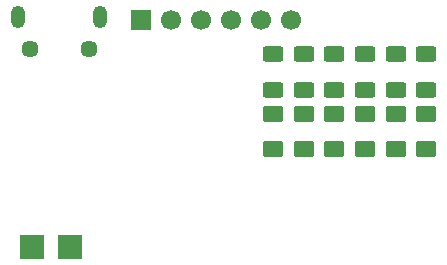
<source format=gbs>
G04 #@! TF.GenerationSoftware,KiCad,Pcbnew,9.0.1*
G04 #@! TF.CreationDate,2025-09-23T20:37:19+02:00*
G04 #@! TF.ProjectId,blikac-smd,626c696b-6163-42d7-936d-642e6b696361,rev?*
G04 #@! TF.SameCoordinates,Original*
G04 #@! TF.FileFunction,Soldermask,Bot*
G04 #@! TF.FilePolarity,Negative*
%FSLAX46Y46*%
G04 Gerber Fmt 4.6, Leading zero omitted, Abs format (unit mm)*
G04 Created by KiCad (PCBNEW 9.0.1) date 2025-09-23 20:37:19*
%MOMM*%
%LPD*%
G01*
G04 APERTURE LIST*
G04 Aperture macros list*
%AMRoundRect*
0 Rectangle with rounded corners*
0 $1 Rounding radius*
0 $2 $3 $4 $5 $6 $7 $8 $9 X,Y pos of 4 corners*
0 Add a 4 corners polygon primitive as box body*
4,1,4,$2,$3,$4,$5,$6,$7,$8,$9,$2,$3,0*
0 Add four circle primitives for the rounded corners*
1,1,$1+$1,$2,$3*
1,1,$1+$1,$4,$5*
1,1,$1+$1,$6,$7*
1,1,$1+$1,$8,$9*
0 Add four rect primitives between the rounded corners*
20,1,$1+$1,$2,$3,$4,$5,0*
20,1,$1+$1,$4,$5,$6,$7,0*
20,1,$1+$1,$6,$7,$8,$9,0*
20,1,$1+$1,$8,$9,$2,$3,0*%
G04 Aperture macros list end*
%ADD10R,2.000000X2.000000*%
%ADD11R,1.700000X1.700000*%
%ADD12C,1.700000*%
%ADD13O,1.200000X1.900000*%
%ADD14C,1.450000*%
%ADD15RoundRect,0.250001X0.624999X-0.462499X0.624999X0.462499X-0.624999X0.462499X-0.624999X-0.462499X0*%
%ADD16RoundRect,0.250000X0.625000X-0.400000X0.625000X0.400000X-0.625000X0.400000X-0.625000X-0.400000X0*%
G04 APERTURE END LIST*
D10*
X126000000Y-86400000D03*
X122800000Y-86400000D03*
D11*
X132060000Y-67200000D03*
D12*
X134600000Y-67200000D03*
X137140000Y-67200000D03*
X139680000Y-67200000D03*
X142220000Y-67200000D03*
X144760000Y-67200000D03*
D13*
X128600000Y-66962500D03*
D14*
X127600000Y-69662500D03*
X122600000Y-69662500D03*
D13*
X121600000Y-66962500D03*
D15*
X151000000Y-78087500D03*
X151000000Y-75112500D03*
D16*
X148400000Y-73150000D03*
X148400000Y-70050000D03*
D15*
X145800000Y-78087500D03*
X145800000Y-75112500D03*
D16*
X145800000Y-73150000D03*
X145800000Y-70050000D03*
D15*
X148400000Y-78087500D03*
X148400000Y-75112500D03*
D16*
X156200000Y-73150000D03*
X156200000Y-70050000D03*
D15*
X143200000Y-78087500D03*
X143200000Y-75112500D03*
X156200000Y-78087500D03*
X156200000Y-75112500D03*
X153600000Y-78087500D03*
X153600000Y-75112500D03*
D16*
X151000000Y-73150000D03*
X151000000Y-70050000D03*
X143200000Y-73150000D03*
X143200000Y-70050000D03*
X153600000Y-73150000D03*
X153600000Y-70050000D03*
M02*

</source>
